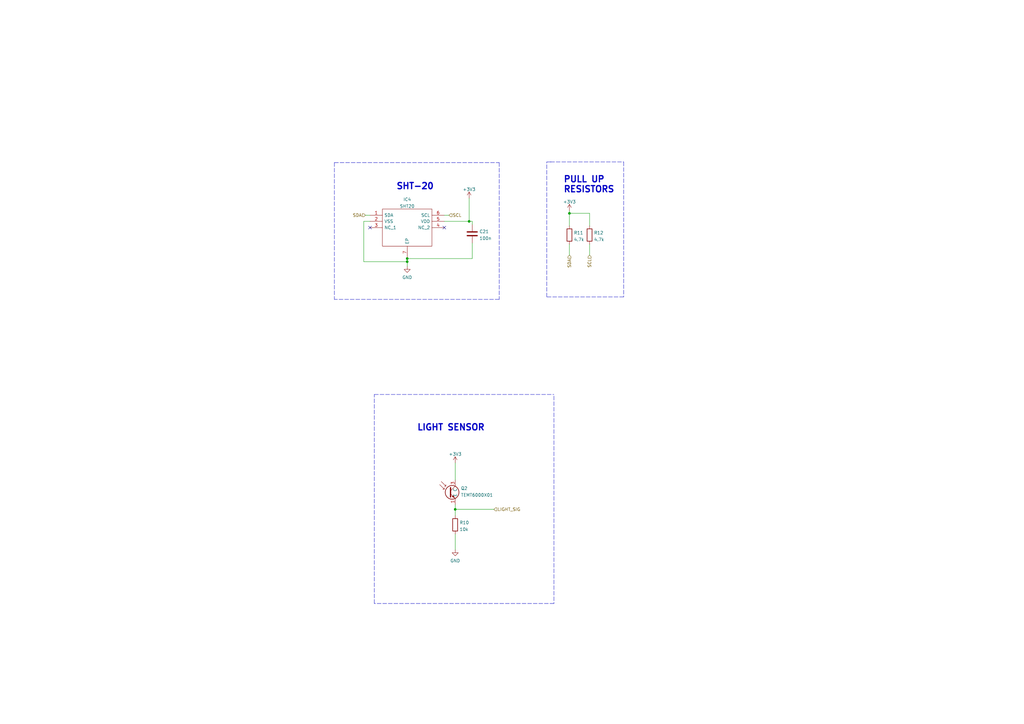
<source format=kicad_sch>
(kicad_sch (version 20211123) (generator eeschema)
  (paper "A3")
  (title_block (title "Masa") (date "2022-12-23") (rev "A"))
  (lib_symbols
    (symbol "Capacitor_JLC:100n" (pin_numbers hide) (pin_names (offset 0.254))
      (property "Reference" "C" (at 0.635 2.54 0))
      (property "Value" "100n" (at 0.635 -2.54 0))
      (symbol "100n_0_1"
        (polyline (pts (xy -2.032 -0.762) (xy 2.032 -0.762)) (stroke (width 0.508)))
        (polyline (pts (xy -2.032 0.762) (xy 2.032 0.762)) (stroke (width 0.508)))
      )
      (symbol "100n_1_1"
        (pin passive line (at 0 3.81 270) (length 2.794) (name "~") (number "1"))
        (pin passive line (at 0 -3.81 90) (length 2.794) (name "~") (number "2"))
      )
    )
    (symbol "Resistor_JLC:10k" (pin_numbers hide) (pin_names (offset 0))
      (property "Reference" "R" (at 2.032 0 90))
      (property "Value" "10k" (at 0 0 90))
      (symbol "10k_0_1"
        (rectangle (start -1.016 -2.54) (end 1.016 2.54) (stroke (width 0.254)))
      )
      (symbol "10k_1_1"
        (pin passive line (at 0 3.81 270) (length 1.27) (name "~") (number "1"))
        (pin passive line (at 0 -3.81 90) (length 1.27) (name "~") (number "2"))
      )
    )
    (symbol "Resistor_JLC:4.7k" (pin_numbers hide) (pin_names (offset 0))
      (property "Reference" "R" (at 2.032 0 90))
      (property "Value" "4.7k" (at 0 0 90))
      (symbol "4.7k_0_1"
        (rectangle (start -1.016 -2.54) (end 1.016 2.54) (stroke (width 0.254)))
      )
      (symbol "4.7k_1_1"
        (pin passive line (at 0 3.81 270) (length 1.27) (name "~") (number "1"))
        (pin passive line (at 0 -3.81 90) (length 1.27) (name "~") (number "2"))
      )
    )
    (symbol "Sensors_JLC:SHT20" (pin_names (offset 0.762))
      (property "Reference" "IC" (at 26.67 7.62 0))
      (property "Value" "SHT20" (at 26.67 5.08 0))
      (symbol "SHT20_0_0"
        (pin unspecified line (at 0 0 0) (length 5.08) (name "SDA") (number "1"))
        (pin unspecified line (at 0 -2.54 0) (length 5.08) (name "VSS") (number "2"))
        (pin unspecified line (at 0 -5.08 0) (length 5.08) (name "NC_1") (number "3"))
        (pin unspecified line (at 30.48 -5.08 180) (length 5.08) (name "NC_2") (number "4"))
        (pin unspecified line (at 30.48 -2.54 180) (length 5.08) (name "VDD") (number "5"))
        (pin unspecified line (at 30.48 0 180) (length 5.08) (name "SCL") (number "6"))
        (pin unspecified line (at 15.24 -17.78 90) (length 5.08) (name "EP") (number "7"))
      )
      (symbol "SHT20_0_1"
        (polyline (pts (xy 5.08 2.54) (xy 25.4 2.54) (xy 25.4 -12.7) (xy 5.08 -12.7) (xy 5.08 2.54)) (stroke (width 0.1524)))
      )
    )
    (symbol "Transistor_JLC:TEMT6000X01" (pin_names (offset 0.762))
      (property "Reference" "Q" (at 10.16 33.655 0))
      (property "Value" "TEMT6000X01" (at 10.16 31.115 0))
      (symbol "TEMT6000X01_0_1"
        (circle (center -1.27 5.08) (radius 2.8194) (stroke (width 0.254)))
        (polyline (pts (xy -4.445 6.35) (xy -5.08 6.35)))
        (polyline (pts (xy -3.81 7.62) (xy -4.445 7.62)))
        (polyline (pts (xy -1.905 5.715) (xy 0 7.62)))
        (polyline (pts (xy -6.35 8.255) (xy -4.445 6.35) (xy -4.445 6.985)))
        (polyline (pts (xy -5.715 9.525) (xy -3.81 7.62) (xy -3.81 8.255)))
        (polyline (pts (xy -1.905 4.445) (xy 0 2.54) (xy 0 2.54)))
        (polyline (pts (xy -1.905 6.985) (xy -1.905 3.175) (xy -1.905 3.175)) (stroke (width 0.508)))
        (polyline (pts (xy -1.27 3.302) (xy -0.762 3.81) (xy -0.254 2.794) (xy -1.27 3.302) (xy -1.27 3.302)) (fill (type outline)))
      )
      (symbol "TEMT6000X01_1_1"
        (pin passive line (at 0 0 90) (length 2.54) (name "E") (number "1"))
        (pin passive line (at 0 0 90) (length 2.54) hide (name "E") (number "2"))
        (pin passive line (at 0 10.16 270) (length 2.54) (name "C") (number "3"))
      )
    )
    (symbol "power:+3V3" (power) (pin_names (offset 0))
      (property "Value" "+3V3" (at 0 3.556 0))
      (symbol "+3V3_0_1"
        (polyline (pts (xy -0.762 1.27) (xy 0 2.54)))
        (polyline (pts (xy 0 0) (xy 0 2.54)))
        (polyline (pts (xy 0 2.54) (xy 0.762 1.27)))
      )
      (symbol "+3V3_1_1"
        (pin power_in line (at 0 0 90) (length 0) hide (name "+3V3") (number "1"))
      )
    )
    (symbol "power:GND" (power) (pin_names (offset 0))
      (property "Value" "GND" (at 0 -3.81 0))
      (symbol "GND_0_1"
        (polyline (pts (xy 0 0) (xy 0 -1.27) (xy 1.27 -1.27) (xy 0 -2.54) (xy -1.27 -1.27) (xy 0 -1.27)))
      )
      (symbol "GND_1_1"
        (pin power_in line (at 0 0 270) (length 0) hide (name "GND") (number "1"))
      )
    )
  )
  (junction (at 192.405 90.805))
  (junction (at 233.553 87.503))
  (junction (at 167.005 107.315))
  (junction (at 186.69 208.915))
  (junction (at 167.005 106.045))
  (no_connect (at 182.245 93.345))
  (no_connect (at 151.765 93.345))
  (wire (pts (xy 192.405 90.805) (xy 193.675 90.805)))
  (wire (pts (xy 233.553 87.503) (xy 233.553 92.583)))
  (polyline (pts (xy 255.778 121.793) (xy 224.282 121.793)))
  (wire (pts (xy 241.808 100.203) (xy 241.808 104.648)))
  (polyline (pts (xy 137.16 66.675) (xy 137.16 122.809)))
  (polyline (pts (xy 224.282 66.421) (xy 226.06 66.421)))
  (wire (pts (xy 233.553 100.203) (xy 233.553 104.648)))
  (polyline (pts (xy 137.16 66.675) (xy 204.724 66.675)))
  (wire (pts (xy 167.005 107.315) (xy 167.005 109.22)))
  (wire (pts (xy 186.69 207.01) (xy 186.69 208.915)))
  (polyline (pts (xy 153.543 247.523) (xy 153.543 161.798)))
  (polyline (pts (xy 153.543 161.798) (xy 227.203 161.798)))
  (wire (pts (xy 186.69 208.915) (xy 186.69 211.455)))
  (polyline (pts (xy 227.203 247.523) (xy 153.543 247.523)))
  (polyline (pts (xy 255.778 66.421) (xy 255.778 121.793)))
  (wire (pts (xy 186.69 189.865) (xy 186.69 196.85)))
  (wire (pts (xy 149.225 90.805) (xy 149.225 107.315)))
  (wire (pts (xy 193.675 106.045) (xy 193.675 99.695)))
  (wire (pts (xy 186.69 208.915) (xy 202.565 208.915)))
  (polyline (pts (xy 204.724 122.809) (xy 137.16 122.809)))
  (wire (pts (xy 241.808 87.503) (xy 233.553 87.503)))
  (wire (pts (xy 167.005 106.045) (xy 193.675 106.045)))
  (polyline (pts (xy 227.203 162.433) (xy 227.203 247.523)))
  (wire (pts (xy 192.405 81.28) (xy 192.405 90.805)))
  (polyline (pts (xy 225.806 66.421) (xy 255.778 66.421)))
  (wire (pts (xy 193.675 90.805) (xy 193.675 92.075)))
  (wire (pts (xy 241.808 92.583) (xy 241.808 87.503)))
  (wire (pts (xy 149.225 107.315) (xy 167.005 107.315)))
  (wire (pts (xy 167.005 106.045) (xy 167.005 107.315)))
  (wire (pts (xy 151.765 90.805) (xy 149.225 90.805)))
  (wire (pts (xy 182.245 90.805) (xy 192.405 90.805)))
  (wire (pts (xy 186.69 219.075) (xy 186.69 225.425)))
  (wire (pts (xy 149.86 88.265) (xy 151.765 88.265)))
  (wire (pts (xy 182.245 88.265) (xy 184.15 88.265)))
  (wire (pts (xy 233.553 86.36) (xy 233.553 87.503)))
  (polyline (pts (xy 224.282 121.793) (xy 224.282 66.421)))
  (polyline (pts (xy 204.724 66.675) (xy 204.724 122.809)))
  (text "SHT-20" (at 162.433 77.978 0) (effects (font (size 2.54 2.54) (thickness 0.508) bold) (justify left bottom)))
  (text "PULL UP \nRESISTORS" (at 231.013 79.248 0) (effects (font (size 2.54 2.54) (thickness 0.508) bold) (justify left bottom)))
  (text "LIGHT SENSOR" (at 170.9531 176.9092 0) (effects (font (size 2.54 2.54) (thickness 0.508) bold) (justify left bottom)))
  (hierarchical_label "LIGHT_SIG" (shape input) (at 202.565 208.915 0))
  (hierarchical_label "SDA" (shape input) (at 149.86 88.265 180))
  (hierarchical_label "SCL" (shape input) (at 241.808 104.648 270))
  (hierarchical_label "SDA" (shape input) (at 233.553 104.648 270))
  (hierarchical_label "SCL" (shape input) (at 184.15 88.265 0))
  (symbol (lib_id "power:+3V3") (at 233.553 86.36 0) (unit 1)
    (property "Reference" "#PWR0129" (effects hide))
    (property "Value" "+3V3" (at 233.553 82.7555 0))
  )
  (symbol (lib_id "Resistor_JLC:10k") (at 186.69 215.265 0) (unit 1)
    (property "Reference" "R10" (at 188.468 214.3565 0) (effects (justify left)))
    (property "Value" "10k" (at 188.468 217.1316 0) (effects (justify left)))
    (property "Footprint" "Resistor_SMD:R_0402_1005Metric" (effects hide))
    (property "LCSC" "C25744" (effects hide))
  )
  (symbol (lib_id "Sensors_JLC:SHT20") (at 151.765 88.265 0) (unit 1)
    (property "Reference" "IC4" (at 167.005 81.8093 0))
    (property "Value" "SHT20" (at 167.005 84.5844 0))
    (property "Footprint" "SON100P300X300X110-7N" (effects hide))
    (property "Datasheet" "https://componentsearchengine.com/Datasheets/1/SHT20.pdf" (effects hide))
    (property "Description" "Sensirion SHT20, Temperature & Humidity Sensor -40  +125 C +/-3 (Humidity) %RH, +/-3 (Temperature) C" (effects hide))
    (property "Height" "1.1" (effects hide))
    (property "Mouser Part Number" "403-SHT20" (effects hide))
    (property "Mouser Price/Stock" "https://www.mouser.com/Search/Refine.aspx?Keyword=403-SHT20" (effects hide))
    (property "Manufacturer_Name" "Sensirion" (effects hide))
    (property "Manufacturer_Part_Number" "SHT20" (effects hide))
    (property "Field10" "C53865" (effects hide))
  )
  (symbol (lib_id "power:GND") (at 167.005 109.22 0) (unit 1)
    (property "Reference" "#PWR0128" (effects hide))
    (property "Value" "GND" (at 167.005 113.7825 0))
  )
  (symbol (lib_id "Capacitor_JLC:100n") (at 193.675 95.885 0) (unit 1)
    (property "Reference" "C21" (at 196.596 94.9765 0) (effects (justify left)))
    (property "Value" "100n" (at 196.596 97.7516 0) (effects (justify left)))
    (property "Footprint" "Capacitor_SMD:C_0402_1005Metric" (effects hide))
    (property "Type" "X7R" (effects hide))
    (property "LCSC" "C307331" (effects hide))
  )
  (symbol (lib_id "power:+3V3") (at 186.69 189.865 0) (unit 1)
    (property "Reference" "#PWR0423" (effects hide))
    (property "Value" "+3V3" (at 186.69 186.2605 0))
  )
  (symbol (lib_id "Transistor_JLC:TEMT6000X01") (at 186.69 207.01 0) (unit 1)
    (property "Reference" "Q2" (at 189.0014 200.2722 0) (effects (justify left)))
    (property "Value" "TEMT6000X01" (at 189.0014 203.0473 0) (effects (justify left)))
    (property "Footprint" "TEMT6000X01" (effects hide))
    (property "Datasheet" "https://www.vishay.com/docs/81579/temt6000.pdf" (effects hide))
    (property "Description" "Ambient Light Sensor 570nm SMD3 Vishay TEMT6000X01 +/-60  Visible Light Phototransistor, Surface Mount 3-Pin 1206 package" (effects hide))
    (property "Manufacturer_Name" "Vishay" (effects hide))
    (property "Manufacturer_Part_Number" "TEMT6000X01" (effects hide))
    (property "Mouser Part Number" "78-TEMT6000" (effects hide))
    (property "Mouser Price/Stock" "https://www.mouser.co.uk/ProductDetail/Vishay-Semiconductors/TEMT6000X01?qs=%2Fjqivxn91ccZGXDwz0wGxg%3D%3D" (effects hide))
    (property "Arrow Part Number" "TEMT6000X01" (effects hide))
    (property "Arrow Price/Stock" "https://www.arrow.com/en/products/temt6000x01/vishay?region=nac" (effects hide))
    (property "LCSC" "C94098" (effects hide))
  )
  (symbol (lib_id "Resistor_JLC:4.7k") (at 233.553 96.393 0) (unit 1)
    (property "Reference" "R11" (at 235.331 95.4845 0) (effects (justify left)))
    (property "Value" "4.7k" (at 235.331 98.2596 0) (effects (justify left)))
    (property "Footprint" "Resistor_SMD:R_0402_1005Metric" (effects hide))
    (property "LCSC" "C25900" (effects hide))
  )
  (symbol (lib_id "Resistor_JLC:4.7k") (at 241.808 96.393 0) (unit 1)
    (property "Reference" "R12" (at 243.586 95.4845 0) (effects (justify left)))
    (property "Value" "4.7k" (at 243.586 98.2596 0) (effects (justify left)))
    (property "Footprint" "Resistor_SMD:R_0402_1005Metric" (effects hide))
    (property "LCSC" "C25900" (effects hide))
  )
  (symbol (lib_id "power:+3V3") (at 192.405 81.28 0) (unit 1)
    (property "Reference" "#PWR0422" (effects hide))
    (property "Value" "+3V3" (at 192.405 77.6755 0))
  )
  (symbol (lib_id "power:GND") (at 186.69 225.425 0) (unit 1)
    (property "Reference" "#PWR0130" (effects hide))
    (property "Value" "GND" (at 186.69 229.9875 0))
  )
)
</source>
